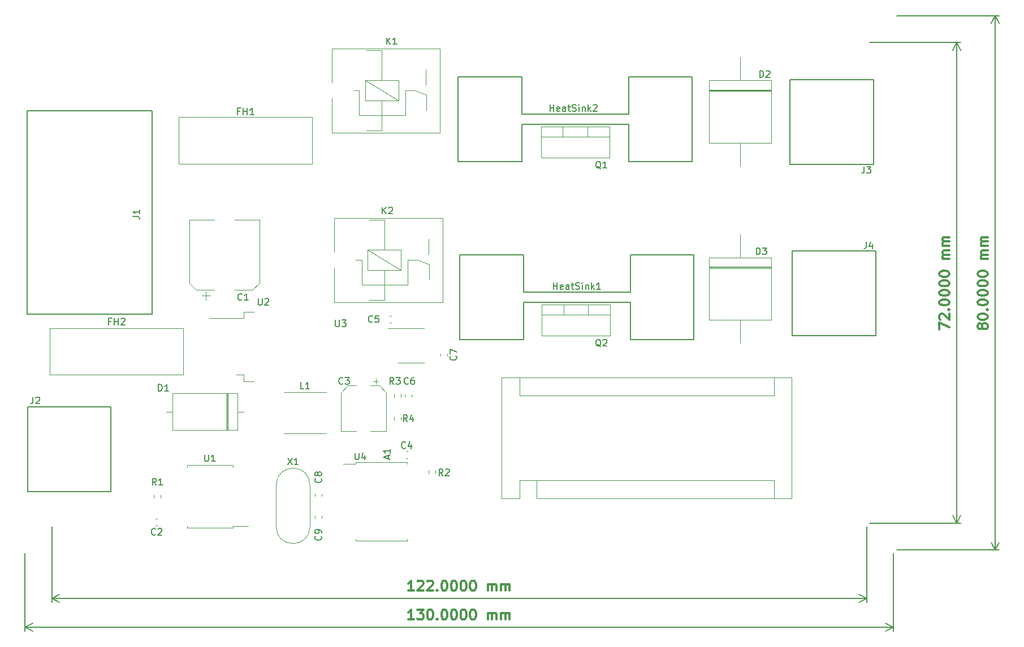
<source format=gbr>
%TF.GenerationSoftware,KiCad,Pcbnew,(6.0.6)*%
%TF.CreationDate,2022-11-23T05:32:29-08:00*%
%TF.ProjectId,FanSpeed_Controller,46616e53-7065-4656-945f-436f6e74726f,rev?*%
%TF.SameCoordinates,Original*%
%TF.FileFunction,Legend,Top*%
%TF.FilePolarity,Positive*%
%FSLAX46Y46*%
G04 Gerber Fmt 4.6, Leading zero omitted, Abs format (unit mm)*
G04 Created by KiCad (PCBNEW (6.0.6)) date 2022-11-23 05:32:29*
%MOMM*%
%LPD*%
G01*
G04 APERTURE LIST*
%ADD10C,0.300000*%
%ADD11C,0.200000*%
%ADD12C,0.150000*%
%ADD13C,0.120000*%
G04 APERTURE END LIST*
D10*
X236918571Y-87000000D02*
X236918571Y-86000000D01*
X238418571Y-86642857D01*
X237061428Y-85500000D02*
X236990000Y-85428571D01*
X236918571Y-85285714D01*
X236918571Y-84928571D01*
X236990000Y-84785714D01*
X237061428Y-84714285D01*
X237204285Y-84642857D01*
X237347142Y-84642857D01*
X237561428Y-84714285D01*
X238418571Y-85571428D01*
X238418571Y-84642857D01*
X238275714Y-84000000D02*
X238347142Y-83928571D01*
X238418571Y-84000000D01*
X238347142Y-84071428D01*
X238275714Y-84000000D01*
X238418571Y-84000000D01*
X236918571Y-83000000D02*
X236918571Y-82857142D01*
X236990000Y-82714285D01*
X237061428Y-82642857D01*
X237204285Y-82571428D01*
X237490000Y-82500000D01*
X237847142Y-82500000D01*
X238132857Y-82571428D01*
X238275714Y-82642857D01*
X238347142Y-82714285D01*
X238418571Y-82857142D01*
X238418571Y-83000000D01*
X238347142Y-83142857D01*
X238275714Y-83214285D01*
X238132857Y-83285714D01*
X237847142Y-83357142D01*
X237490000Y-83357142D01*
X237204285Y-83285714D01*
X237061428Y-83214285D01*
X236990000Y-83142857D01*
X236918571Y-83000000D01*
X236918571Y-81571428D02*
X236918571Y-81428571D01*
X236990000Y-81285714D01*
X237061428Y-81214285D01*
X237204285Y-81142857D01*
X237490000Y-81071428D01*
X237847142Y-81071428D01*
X238132857Y-81142857D01*
X238275714Y-81214285D01*
X238347142Y-81285714D01*
X238418571Y-81428571D01*
X238418571Y-81571428D01*
X238347142Y-81714285D01*
X238275714Y-81785714D01*
X238132857Y-81857142D01*
X237847142Y-81928571D01*
X237490000Y-81928571D01*
X237204285Y-81857142D01*
X237061428Y-81785714D01*
X236990000Y-81714285D01*
X236918571Y-81571428D01*
X236918571Y-80142857D02*
X236918571Y-80000000D01*
X236990000Y-79857142D01*
X237061428Y-79785714D01*
X237204285Y-79714285D01*
X237490000Y-79642857D01*
X237847142Y-79642857D01*
X238132857Y-79714285D01*
X238275714Y-79785714D01*
X238347142Y-79857142D01*
X238418571Y-80000000D01*
X238418571Y-80142857D01*
X238347142Y-80285714D01*
X238275714Y-80357142D01*
X238132857Y-80428571D01*
X237847142Y-80500000D01*
X237490000Y-80500000D01*
X237204285Y-80428571D01*
X237061428Y-80357142D01*
X236990000Y-80285714D01*
X236918571Y-80142857D01*
X236918571Y-78714285D02*
X236918571Y-78571428D01*
X236990000Y-78428571D01*
X237061428Y-78357142D01*
X237204285Y-78285714D01*
X237490000Y-78214285D01*
X237847142Y-78214285D01*
X238132857Y-78285714D01*
X238275714Y-78357142D01*
X238347142Y-78428571D01*
X238418571Y-78571428D01*
X238418571Y-78714285D01*
X238347142Y-78857142D01*
X238275714Y-78928571D01*
X238132857Y-79000000D01*
X237847142Y-79071428D01*
X237490000Y-79071428D01*
X237204285Y-79000000D01*
X237061428Y-78928571D01*
X236990000Y-78857142D01*
X236918571Y-78714285D01*
X238418571Y-76428571D02*
X237418571Y-76428571D01*
X237561428Y-76428571D02*
X237490000Y-76357142D01*
X237418571Y-76214285D01*
X237418571Y-76000000D01*
X237490000Y-75857142D01*
X237632857Y-75785714D01*
X238418571Y-75785714D01*
X237632857Y-75785714D02*
X237490000Y-75714285D01*
X237418571Y-75571428D01*
X237418571Y-75357142D01*
X237490000Y-75214285D01*
X237632857Y-75142857D01*
X238418571Y-75142857D01*
X238418571Y-74428571D02*
X237418571Y-74428571D01*
X237561428Y-74428571D02*
X237490000Y-74357142D01*
X237418571Y-74214285D01*
X237418571Y-74000000D01*
X237490000Y-73857142D01*
X237632857Y-73785714D01*
X238418571Y-73785714D01*
X237632857Y-73785714D02*
X237490000Y-73714285D01*
X237418571Y-73571428D01*
X237418571Y-73357142D01*
X237490000Y-73214285D01*
X237632857Y-73142857D01*
X238418571Y-73142857D01*
D11*
X226500000Y-116000000D02*
X240126420Y-116000000D01*
X226500000Y-44000000D02*
X240126420Y-44000000D01*
X239540000Y-116000000D02*
X239540000Y-44000000D01*
X239540000Y-116000000D02*
X239540000Y-44000000D01*
X239540000Y-116000000D02*
X240126421Y-114873496D01*
X239540000Y-116000000D02*
X238953579Y-114873496D01*
X239540000Y-44000000D02*
X238953579Y-45126504D01*
X239540000Y-44000000D02*
X240126421Y-45126504D01*
D10*
X158214285Y-130445571D02*
X157357142Y-130445571D01*
X157785714Y-130445571D02*
X157785714Y-128945571D01*
X157642857Y-129159857D01*
X157500000Y-129302714D01*
X157357142Y-129374142D01*
X158714285Y-128945571D02*
X159642857Y-128945571D01*
X159142857Y-129517000D01*
X159357142Y-129517000D01*
X159500000Y-129588428D01*
X159571428Y-129659857D01*
X159642857Y-129802714D01*
X159642857Y-130159857D01*
X159571428Y-130302714D01*
X159500000Y-130374142D01*
X159357142Y-130445571D01*
X158928571Y-130445571D01*
X158785714Y-130374142D01*
X158714285Y-130302714D01*
X160571428Y-128945571D02*
X160714285Y-128945571D01*
X160857142Y-129017000D01*
X160928571Y-129088428D01*
X161000000Y-129231285D01*
X161071428Y-129517000D01*
X161071428Y-129874142D01*
X161000000Y-130159857D01*
X160928571Y-130302714D01*
X160857142Y-130374142D01*
X160714285Y-130445571D01*
X160571428Y-130445571D01*
X160428571Y-130374142D01*
X160357142Y-130302714D01*
X160285714Y-130159857D01*
X160214285Y-129874142D01*
X160214285Y-129517000D01*
X160285714Y-129231285D01*
X160357142Y-129088428D01*
X160428571Y-129017000D01*
X160571428Y-128945571D01*
X161714285Y-130302714D02*
X161785714Y-130374142D01*
X161714285Y-130445571D01*
X161642857Y-130374142D01*
X161714285Y-130302714D01*
X161714285Y-130445571D01*
X162714285Y-128945571D02*
X162857142Y-128945571D01*
X163000000Y-129017000D01*
X163071428Y-129088428D01*
X163142857Y-129231285D01*
X163214285Y-129517000D01*
X163214285Y-129874142D01*
X163142857Y-130159857D01*
X163071428Y-130302714D01*
X163000000Y-130374142D01*
X162857142Y-130445571D01*
X162714285Y-130445571D01*
X162571428Y-130374142D01*
X162500000Y-130302714D01*
X162428571Y-130159857D01*
X162357142Y-129874142D01*
X162357142Y-129517000D01*
X162428571Y-129231285D01*
X162500000Y-129088428D01*
X162571428Y-129017000D01*
X162714285Y-128945571D01*
X164142857Y-128945571D02*
X164285714Y-128945571D01*
X164428571Y-129017000D01*
X164500000Y-129088428D01*
X164571428Y-129231285D01*
X164642857Y-129517000D01*
X164642857Y-129874142D01*
X164571428Y-130159857D01*
X164500000Y-130302714D01*
X164428571Y-130374142D01*
X164285714Y-130445571D01*
X164142857Y-130445571D01*
X164000000Y-130374142D01*
X163928571Y-130302714D01*
X163857142Y-130159857D01*
X163785714Y-129874142D01*
X163785714Y-129517000D01*
X163857142Y-129231285D01*
X163928571Y-129088428D01*
X164000000Y-129017000D01*
X164142857Y-128945571D01*
X165571428Y-128945571D02*
X165714285Y-128945571D01*
X165857142Y-129017000D01*
X165928571Y-129088428D01*
X166000000Y-129231285D01*
X166071428Y-129517000D01*
X166071428Y-129874142D01*
X166000000Y-130159857D01*
X165928571Y-130302714D01*
X165857142Y-130374142D01*
X165714285Y-130445571D01*
X165571428Y-130445571D01*
X165428571Y-130374142D01*
X165357142Y-130302714D01*
X165285714Y-130159857D01*
X165214285Y-129874142D01*
X165214285Y-129517000D01*
X165285714Y-129231285D01*
X165357142Y-129088428D01*
X165428571Y-129017000D01*
X165571428Y-128945571D01*
X167000000Y-128945571D02*
X167142857Y-128945571D01*
X167285714Y-129017000D01*
X167357142Y-129088428D01*
X167428571Y-129231285D01*
X167500000Y-129517000D01*
X167500000Y-129874142D01*
X167428571Y-130159857D01*
X167357142Y-130302714D01*
X167285714Y-130374142D01*
X167142857Y-130445571D01*
X167000000Y-130445571D01*
X166857142Y-130374142D01*
X166785714Y-130302714D01*
X166714285Y-130159857D01*
X166642857Y-129874142D01*
X166642857Y-129517000D01*
X166714285Y-129231285D01*
X166785714Y-129088428D01*
X166857142Y-129017000D01*
X167000000Y-128945571D01*
X169285714Y-130445571D02*
X169285714Y-129445571D01*
X169285714Y-129588428D02*
X169357142Y-129517000D01*
X169500000Y-129445571D01*
X169714285Y-129445571D01*
X169857142Y-129517000D01*
X169928571Y-129659857D01*
X169928571Y-130445571D01*
X169928571Y-129659857D02*
X170000000Y-129517000D01*
X170142857Y-129445571D01*
X170357142Y-129445571D01*
X170500000Y-129517000D01*
X170571428Y-129659857D01*
X170571428Y-130445571D01*
X171285714Y-130445571D02*
X171285714Y-129445571D01*
X171285714Y-129588428D02*
X171357142Y-129517000D01*
X171500000Y-129445571D01*
X171714285Y-129445571D01*
X171857142Y-129517000D01*
X171928571Y-129659857D01*
X171928571Y-130445571D01*
X171928571Y-129659857D02*
X172000000Y-129517000D01*
X172142857Y-129445571D01*
X172357142Y-129445571D01*
X172500000Y-129517000D01*
X172571428Y-129659857D01*
X172571428Y-130445571D01*
D11*
X100000000Y-120500000D02*
X100000000Y-132153420D01*
X230000000Y-120500000D02*
X230000000Y-132153420D01*
X100000000Y-131567000D02*
X230000000Y-131567000D01*
X100000000Y-131567000D02*
X230000000Y-131567000D01*
X100000000Y-131567000D02*
X101126504Y-132153421D01*
X100000000Y-131567000D02*
X101126504Y-130980579D01*
X230000000Y-131567000D02*
X228873496Y-130980579D01*
X230000000Y-131567000D02*
X228873496Y-132153421D01*
D10*
X158214285Y-126127571D02*
X157357142Y-126127571D01*
X157785714Y-126127571D02*
X157785714Y-124627571D01*
X157642857Y-124841857D01*
X157500000Y-124984714D01*
X157357142Y-125056142D01*
X158785714Y-124770428D02*
X158857142Y-124699000D01*
X159000000Y-124627571D01*
X159357142Y-124627571D01*
X159500000Y-124699000D01*
X159571428Y-124770428D01*
X159642857Y-124913285D01*
X159642857Y-125056142D01*
X159571428Y-125270428D01*
X158714285Y-126127571D01*
X159642857Y-126127571D01*
X160214285Y-124770428D02*
X160285714Y-124699000D01*
X160428571Y-124627571D01*
X160785714Y-124627571D01*
X160928571Y-124699000D01*
X161000000Y-124770428D01*
X161071428Y-124913285D01*
X161071428Y-125056142D01*
X161000000Y-125270428D01*
X160142857Y-126127571D01*
X161071428Y-126127571D01*
X161714285Y-125984714D02*
X161785714Y-126056142D01*
X161714285Y-126127571D01*
X161642857Y-126056142D01*
X161714285Y-125984714D01*
X161714285Y-126127571D01*
X162714285Y-124627571D02*
X162857142Y-124627571D01*
X163000000Y-124699000D01*
X163071428Y-124770428D01*
X163142857Y-124913285D01*
X163214285Y-125199000D01*
X163214285Y-125556142D01*
X163142857Y-125841857D01*
X163071428Y-125984714D01*
X163000000Y-126056142D01*
X162857142Y-126127571D01*
X162714285Y-126127571D01*
X162571428Y-126056142D01*
X162500000Y-125984714D01*
X162428571Y-125841857D01*
X162357142Y-125556142D01*
X162357142Y-125199000D01*
X162428571Y-124913285D01*
X162500000Y-124770428D01*
X162571428Y-124699000D01*
X162714285Y-124627571D01*
X164142857Y-124627571D02*
X164285714Y-124627571D01*
X164428571Y-124699000D01*
X164500000Y-124770428D01*
X164571428Y-124913285D01*
X164642857Y-125199000D01*
X164642857Y-125556142D01*
X164571428Y-125841857D01*
X164500000Y-125984714D01*
X164428571Y-126056142D01*
X164285714Y-126127571D01*
X164142857Y-126127571D01*
X164000000Y-126056142D01*
X163928571Y-125984714D01*
X163857142Y-125841857D01*
X163785714Y-125556142D01*
X163785714Y-125199000D01*
X163857142Y-124913285D01*
X163928571Y-124770428D01*
X164000000Y-124699000D01*
X164142857Y-124627571D01*
X165571428Y-124627571D02*
X165714285Y-124627571D01*
X165857142Y-124699000D01*
X165928571Y-124770428D01*
X166000000Y-124913285D01*
X166071428Y-125199000D01*
X166071428Y-125556142D01*
X166000000Y-125841857D01*
X165928571Y-125984714D01*
X165857142Y-126056142D01*
X165714285Y-126127571D01*
X165571428Y-126127571D01*
X165428571Y-126056142D01*
X165357142Y-125984714D01*
X165285714Y-125841857D01*
X165214285Y-125556142D01*
X165214285Y-125199000D01*
X165285714Y-124913285D01*
X165357142Y-124770428D01*
X165428571Y-124699000D01*
X165571428Y-124627571D01*
X167000000Y-124627571D02*
X167142857Y-124627571D01*
X167285714Y-124699000D01*
X167357142Y-124770428D01*
X167428571Y-124913285D01*
X167500000Y-125199000D01*
X167500000Y-125556142D01*
X167428571Y-125841857D01*
X167357142Y-125984714D01*
X167285714Y-126056142D01*
X167142857Y-126127571D01*
X167000000Y-126127571D01*
X166857142Y-126056142D01*
X166785714Y-125984714D01*
X166714285Y-125841857D01*
X166642857Y-125556142D01*
X166642857Y-125199000D01*
X166714285Y-124913285D01*
X166785714Y-124770428D01*
X166857142Y-124699000D01*
X167000000Y-124627571D01*
X169285714Y-126127571D02*
X169285714Y-125127571D01*
X169285714Y-125270428D02*
X169357142Y-125199000D01*
X169500000Y-125127571D01*
X169714285Y-125127571D01*
X169857142Y-125199000D01*
X169928571Y-125341857D01*
X169928571Y-126127571D01*
X169928571Y-125341857D02*
X170000000Y-125199000D01*
X170142857Y-125127571D01*
X170357142Y-125127571D01*
X170500000Y-125199000D01*
X170571428Y-125341857D01*
X170571428Y-126127571D01*
X171285714Y-126127571D02*
X171285714Y-125127571D01*
X171285714Y-125270428D02*
X171357142Y-125199000D01*
X171500000Y-125127571D01*
X171714285Y-125127571D01*
X171857142Y-125199000D01*
X171928571Y-125341857D01*
X171928571Y-126127571D01*
X171928571Y-125341857D02*
X172000000Y-125199000D01*
X172142857Y-125127571D01*
X172357142Y-125127571D01*
X172500000Y-125199000D01*
X172571428Y-125341857D01*
X172571428Y-126127571D01*
D11*
X104000000Y-116500000D02*
X104000000Y-127835420D01*
X226000000Y-116500000D02*
X226000000Y-127835420D01*
X104000000Y-127249000D02*
X226000000Y-127249000D01*
X104000000Y-127249000D02*
X226000000Y-127249000D01*
X104000000Y-127249000D02*
X105126504Y-127835421D01*
X104000000Y-127249000D02*
X105126504Y-126662579D01*
X226000000Y-127249000D02*
X224873496Y-126662579D01*
X226000000Y-127249000D02*
X224873496Y-127835421D01*
D10*
X243276428Y-86642857D02*
X243205000Y-86785714D01*
X243133571Y-86857142D01*
X242990714Y-86928571D01*
X242919285Y-86928571D01*
X242776428Y-86857142D01*
X242705000Y-86785714D01*
X242633571Y-86642857D01*
X242633571Y-86357142D01*
X242705000Y-86214285D01*
X242776428Y-86142857D01*
X242919285Y-86071428D01*
X242990714Y-86071428D01*
X243133571Y-86142857D01*
X243205000Y-86214285D01*
X243276428Y-86357142D01*
X243276428Y-86642857D01*
X243347857Y-86785714D01*
X243419285Y-86857142D01*
X243562142Y-86928571D01*
X243847857Y-86928571D01*
X243990714Y-86857142D01*
X244062142Y-86785714D01*
X244133571Y-86642857D01*
X244133571Y-86357142D01*
X244062142Y-86214285D01*
X243990714Y-86142857D01*
X243847857Y-86071428D01*
X243562142Y-86071428D01*
X243419285Y-86142857D01*
X243347857Y-86214285D01*
X243276428Y-86357142D01*
X242633571Y-85142857D02*
X242633571Y-85000000D01*
X242705000Y-84857142D01*
X242776428Y-84785714D01*
X242919285Y-84714285D01*
X243205000Y-84642857D01*
X243562142Y-84642857D01*
X243847857Y-84714285D01*
X243990714Y-84785714D01*
X244062142Y-84857142D01*
X244133571Y-85000000D01*
X244133571Y-85142857D01*
X244062142Y-85285714D01*
X243990714Y-85357142D01*
X243847857Y-85428571D01*
X243562142Y-85500000D01*
X243205000Y-85500000D01*
X242919285Y-85428571D01*
X242776428Y-85357142D01*
X242705000Y-85285714D01*
X242633571Y-85142857D01*
X243990714Y-84000000D02*
X244062142Y-83928571D01*
X244133571Y-84000000D01*
X244062142Y-84071428D01*
X243990714Y-84000000D01*
X244133571Y-84000000D01*
X242633571Y-83000000D02*
X242633571Y-82857142D01*
X242705000Y-82714285D01*
X242776428Y-82642857D01*
X242919285Y-82571428D01*
X243205000Y-82500000D01*
X243562142Y-82500000D01*
X243847857Y-82571428D01*
X243990714Y-82642857D01*
X244062142Y-82714285D01*
X244133571Y-82857142D01*
X244133571Y-83000000D01*
X244062142Y-83142857D01*
X243990714Y-83214285D01*
X243847857Y-83285714D01*
X243562142Y-83357142D01*
X243205000Y-83357142D01*
X242919285Y-83285714D01*
X242776428Y-83214285D01*
X242705000Y-83142857D01*
X242633571Y-83000000D01*
X242633571Y-81571428D02*
X242633571Y-81428571D01*
X242705000Y-81285714D01*
X242776428Y-81214285D01*
X242919285Y-81142857D01*
X243205000Y-81071428D01*
X243562142Y-81071428D01*
X243847857Y-81142857D01*
X243990714Y-81214285D01*
X244062142Y-81285714D01*
X244133571Y-81428571D01*
X244133571Y-81571428D01*
X244062142Y-81714285D01*
X243990714Y-81785714D01*
X243847857Y-81857142D01*
X243562142Y-81928571D01*
X243205000Y-81928571D01*
X242919285Y-81857142D01*
X242776428Y-81785714D01*
X242705000Y-81714285D01*
X242633571Y-81571428D01*
X242633571Y-80142857D02*
X242633571Y-80000000D01*
X242705000Y-79857142D01*
X242776428Y-79785714D01*
X242919285Y-79714285D01*
X243205000Y-79642857D01*
X243562142Y-79642857D01*
X243847857Y-79714285D01*
X243990714Y-79785714D01*
X244062142Y-79857142D01*
X244133571Y-80000000D01*
X244133571Y-80142857D01*
X244062142Y-80285714D01*
X243990714Y-80357142D01*
X243847857Y-80428571D01*
X243562142Y-80500000D01*
X243205000Y-80500000D01*
X242919285Y-80428571D01*
X242776428Y-80357142D01*
X242705000Y-80285714D01*
X242633571Y-80142857D01*
X242633571Y-78714285D02*
X242633571Y-78571428D01*
X242705000Y-78428571D01*
X242776428Y-78357142D01*
X242919285Y-78285714D01*
X243205000Y-78214285D01*
X243562142Y-78214285D01*
X243847857Y-78285714D01*
X243990714Y-78357142D01*
X244062142Y-78428571D01*
X244133571Y-78571428D01*
X244133571Y-78714285D01*
X244062142Y-78857142D01*
X243990714Y-78928571D01*
X243847857Y-79000000D01*
X243562142Y-79071428D01*
X243205000Y-79071428D01*
X242919285Y-79000000D01*
X242776428Y-78928571D01*
X242705000Y-78857142D01*
X242633571Y-78714285D01*
X244133571Y-76428571D02*
X243133571Y-76428571D01*
X243276428Y-76428571D02*
X243205000Y-76357142D01*
X243133571Y-76214285D01*
X243133571Y-76000000D01*
X243205000Y-75857142D01*
X243347857Y-75785714D01*
X244133571Y-75785714D01*
X243347857Y-75785714D02*
X243205000Y-75714285D01*
X243133571Y-75571428D01*
X243133571Y-75357142D01*
X243205000Y-75214285D01*
X243347857Y-75142857D01*
X244133571Y-75142857D01*
X244133571Y-74428571D02*
X243133571Y-74428571D01*
X243276428Y-74428571D02*
X243205000Y-74357142D01*
X243133571Y-74214285D01*
X243133571Y-74000000D01*
X243205000Y-73857142D01*
X243347857Y-73785714D01*
X244133571Y-73785714D01*
X243347857Y-73785714D02*
X243205000Y-73714285D01*
X243133571Y-73571428D01*
X243133571Y-73357142D01*
X243205000Y-73214285D01*
X243347857Y-73142857D01*
X244133571Y-73142857D01*
D11*
X230500000Y-40000000D02*
X245841420Y-40000000D01*
X230500000Y-120000000D02*
X245841420Y-120000000D01*
X245255000Y-40000000D02*
X245255000Y-120000000D01*
X245255000Y-40000000D02*
X245255000Y-120000000D01*
X245255000Y-40000000D02*
X244668579Y-41126504D01*
X245255000Y-40000000D02*
X245841421Y-41126504D01*
X245255000Y-120000000D02*
X245841421Y-118873496D01*
X245255000Y-120000000D02*
X244668579Y-118873496D01*
D12*
%TO.C,D2*%
X210005904Y-49215380D02*
X210005904Y-48215380D01*
X210244000Y-48215380D01*
X210386857Y-48263000D01*
X210482095Y-48358238D01*
X210529714Y-48453476D01*
X210577333Y-48643952D01*
X210577333Y-48786809D01*
X210529714Y-48977285D01*
X210482095Y-49072523D01*
X210386857Y-49167761D01*
X210244000Y-49215380D01*
X210005904Y-49215380D01*
X210958285Y-48310619D02*
X211005904Y-48263000D01*
X211101142Y-48215380D01*
X211339238Y-48215380D01*
X211434476Y-48263000D01*
X211482095Y-48310619D01*
X211529714Y-48405857D01*
X211529714Y-48501095D01*
X211482095Y-48643952D01*
X210910666Y-49215380D01*
X211529714Y-49215380D01*
%TO.C,D3*%
X209497904Y-75758380D02*
X209497904Y-74758380D01*
X209736000Y-74758380D01*
X209878857Y-74806000D01*
X209974095Y-74901238D01*
X210021714Y-74996476D01*
X210069333Y-75186952D01*
X210069333Y-75329809D01*
X210021714Y-75520285D01*
X209974095Y-75615523D01*
X209878857Y-75710761D01*
X209736000Y-75758380D01*
X209497904Y-75758380D01*
X210402666Y-74758380D02*
X211021714Y-74758380D01*
X210688380Y-75139333D01*
X210831238Y-75139333D01*
X210926476Y-75186952D01*
X210974095Y-75234571D01*
X211021714Y-75329809D01*
X211021714Y-75567904D01*
X210974095Y-75663142D01*
X210926476Y-75710761D01*
X210831238Y-75758380D01*
X210545523Y-75758380D01*
X210450285Y-75710761D01*
X210402666Y-75663142D01*
%TO.C,C5*%
X152030333Y-85823142D02*
X151982714Y-85870761D01*
X151839857Y-85918380D01*
X151744619Y-85918380D01*
X151601761Y-85870761D01*
X151506523Y-85775523D01*
X151458904Y-85680285D01*
X151411285Y-85489809D01*
X151411285Y-85346952D01*
X151458904Y-85156476D01*
X151506523Y-85061238D01*
X151601761Y-84966000D01*
X151744619Y-84918380D01*
X151839857Y-84918380D01*
X151982714Y-84966000D01*
X152030333Y-85013619D01*
X152935095Y-84918380D02*
X152458904Y-84918380D01*
X152411285Y-85394571D01*
X152458904Y-85346952D01*
X152554142Y-85299333D01*
X152792238Y-85299333D01*
X152887476Y-85346952D01*
X152935095Y-85394571D01*
X152982714Y-85489809D01*
X152982714Y-85727904D01*
X152935095Y-85823142D01*
X152887476Y-85870761D01*
X152792238Y-85918380D01*
X152554142Y-85918380D01*
X152458904Y-85870761D01*
X152411285Y-85823142D01*
%TO.C,X1*%
X139322476Y-106254380D02*
X139989142Y-107254380D01*
X139989142Y-106254380D02*
X139322476Y-107254380D01*
X140893904Y-107254380D02*
X140322476Y-107254380D01*
X140608190Y-107254380D02*
X140608190Y-106254380D01*
X140512952Y-106397238D01*
X140417714Y-106492476D01*
X140322476Y-106540095D01*
%TO.C,C2*%
X119518333Y-117700142D02*
X119470714Y-117747761D01*
X119327857Y-117795380D01*
X119232619Y-117795380D01*
X119089761Y-117747761D01*
X118994523Y-117652523D01*
X118946904Y-117557285D01*
X118899285Y-117366809D01*
X118899285Y-117223952D01*
X118946904Y-117033476D01*
X118994523Y-116938238D01*
X119089761Y-116843000D01*
X119232619Y-116795380D01*
X119327857Y-116795380D01*
X119470714Y-116843000D01*
X119518333Y-116890619D01*
X119899285Y-116890619D02*
X119946904Y-116843000D01*
X120042142Y-116795380D01*
X120280238Y-116795380D01*
X120375476Y-116843000D01*
X120423095Y-116890619D01*
X120470714Y-116985857D01*
X120470714Y-117081095D01*
X120423095Y-117223952D01*
X119851666Y-117795380D01*
X120470714Y-117795380D01*
%TO.C,HeatSink1*%
X179114500Y-80965380D02*
X179114500Y-79965380D01*
X179114500Y-80441571D02*
X179685928Y-80441571D01*
X179685928Y-80965380D02*
X179685928Y-79965380D01*
X180543071Y-80917761D02*
X180447833Y-80965380D01*
X180257357Y-80965380D01*
X180162119Y-80917761D01*
X180114500Y-80822523D01*
X180114500Y-80441571D01*
X180162119Y-80346333D01*
X180257357Y-80298714D01*
X180447833Y-80298714D01*
X180543071Y-80346333D01*
X180590690Y-80441571D01*
X180590690Y-80536809D01*
X180114500Y-80632047D01*
X181447833Y-80965380D02*
X181447833Y-80441571D01*
X181400214Y-80346333D01*
X181304976Y-80298714D01*
X181114500Y-80298714D01*
X181019261Y-80346333D01*
X181447833Y-80917761D02*
X181352595Y-80965380D01*
X181114500Y-80965380D01*
X181019261Y-80917761D01*
X180971642Y-80822523D01*
X180971642Y-80727285D01*
X181019261Y-80632047D01*
X181114500Y-80584428D01*
X181352595Y-80584428D01*
X181447833Y-80536809D01*
X181781166Y-80298714D02*
X182162119Y-80298714D01*
X181924023Y-79965380D02*
X181924023Y-80822523D01*
X181971642Y-80917761D01*
X182066880Y-80965380D01*
X182162119Y-80965380D01*
X182447833Y-80917761D02*
X182590690Y-80965380D01*
X182828785Y-80965380D01*
X182924023Y-80917761D01*
X182971642Y-80870142D01*
X183019261Y-80774904D01*
X183019261Y-80679666D01*
X182971642Y-80584428D01*
X182924023Y-80536809D01*
X182828785Y-80489190D01*
X182638309Y-80441571D01*
X182543071Y-80393952D01*
X182495452Y-80346333D01*
X182447833Y-80251095D01*
X182447833Y-80155857D01*
X182495452Y-80060619D01*
X182543071Y-80013000D01*
X182638309Y-79965380D01*
X182876404Y-79965380D01*
X183019261Y-80013000D01*
X183447833Y-80965380D02*
X183447833Y-80298714D01*
X183447833Y-79965380D02*
X183400214Y-80013000D01*
X183447833Y-80060619D01*
X183495452Y-80013000D01*
X183447833Y-79965380D01*
X183447833Y-80060619D01*
X183924023Y-80298714D02*
X183924023Y-80965380D01*
X183924023Y-80393952D02*
X183971642Y-80346333D01*
X184066880Y-80298714D01*
X184209738Y-80298714D01*
X184304976Y-80346333D01*
X184352595Y-80441571D01*
X184352595Y-80965380D01*
X184828785Y-80965380D02*
X184828785Y-79965380D01*
X184924023Y-80584428D02*
X185209738Y-80965380D01*
X185209738Y-80298714D02*
X184828785Y-80679666D01*
X186162119Y-80965380D02*
X185590690Y-80965380D01*
X185876404Y-80965380D02*
X185876404Y-79965380D01*
X185781166Y-80108238D01*
X185685928Y-80203476D01*
X185590690Y-80251095D01*
%TO.C,L1*%
X141743333Y-95888380D02*
X141267142Y-95888380D01*
X141267142Y-94888380D01*
X142600476Y-95888380D02*
X142029047Y-95888380D01*
X142314761Y-95888380D02*
X142314761Y-94888380D01*
X142219523Y-95031238D01*
X142124285Y-95126476D01*
X142029047Y-95174095D01*
%TO.C,R1*%
X119645333Y-110302380D02*
X119312000Y-109826190D01*
X119073904Y-110302380D02*
X119073904Y-109302380D01*
X119454857Y-109302380D01*
X119550095Y-109350000D01*
X119597714Y-109397619D01*
X119645333Y-109492857D01*
X119645333Y-109635714D01*
X119597714Y-109730952D01*
X119550095Y-109778571D01*
X119454857Y-109826190D01*
X119073904Y-109826190D01*
X120597714Y-110302380D02*
X120026285Y-110302380D01*
X120312000Y-110302380D02*
X120312000Y-109302380D01*
X120216761Y-109445238D01*
X120121523Y-109540476D01*
X120026285Y-109588095D01*
%TO.C,A1*%
X154396666Y-106363285D02*
X154396666Y-105887095D01*
X154682380Y-106458523D02*
X153682380Y-106125190D01*
X154682380Y-105791857D01*
X154682380Y-104934714D02*
X154682380Y-105506142D01*
X154682380Y-105220428D02*
X153682380Y-105220428D01*
X153825238Y-105315666D01*
X153920476Y-105410904D01*
X153968095Y-105506142D01*
%TO.C,J2*%
X101190666Y-97110380D02*
X101190666Y-97824666D01*
X101143047Y-97967523D01*
X101047809Y-98062761D01*
X100904952Y-98110380D01*
X100809714Y-98110380D01*
X101619238Y-97205619D02*
X101666857Y-97158000D01*
X101762095Y-97110380D01*
X102000190Y-97110380D01*
X102095428Y-97158000D01*
X102143047Y-97205619D01*
X102190666Y-97300857D01*
X102190666Y-97396095D01*
X102143047Y-97538952D01*
X101571619Y-98110380D01*
X102190666Y-98110380D01*
%TO.C,U3*%
X146483095Y-85553380D02*
X146483095Y-86362904D01*
X146530714Y-86458142D01*
X146578333Y-86505761D01*
X146673571Y-86553380D01*
X146864047Y-86553380D01*
X146959285Y-86505761D01*
X147006904Y-86458142D01*
X147054523Y-86362904D01*
X147054523Y-85553380D01*
X147435476Y-85553380D02*
X148054523Y-85553380D01*
X147721190Y-85934333D01*
X147864047Y-85934333D01*
X147959285Y-85981952D01*
X148006904Y-86029571D01*
X148054523Y-86124809D01*
X148054523Y-86362904D01*
X148006904Y-86458142D01*
X147959285Y-86505761D01*
X147864047Y-86553380D01*
X147578333Y-86553380D01*
X147483095Y-86505761D01*
X147435476Y-86458142D01*
%TO.C,K1*%
X154125904Y-44262380D02*
X154125904Y-43262380D01*
X154697333Y-44262380D02*
X154268761Y-43690952D01*
X154697333Y-43262380D02*
X154125904Y-43833809D01*
X155649714Y-44262380D02*
X155078285Y-44262380D01*
X155364000Y-44262380D02*
X155364000Y-43262380D01*
X155268761Y-43405238D01*
X155173523Y-43500476D01*
X155078285Y-43548095D01*
%TO.C,R4*%
X157237333Y-100777380D02*
X156904000Y-100301190D01*
X156665904Y-100777380D02*
X156665904Y-99777380D01*
X157046857Y-99777380D01*
X157142095Y-99825000D01*
X157189714Y-99872619D01*
X157237333Y-99967857D01*
X157237333Y-100110714D01*
X157189714Y-100205952D01*
X157142095Y-100253571D01*
X157046857Y-100301190D01*
X156665904Y-100301190D01*
X158094476Y-100110714D02*
X158094476Y-100777380D01*
X157856380Y-99729761D02*
X157618285Y-100444047D01*
X158237333Y-100444047D01*
%TO.C,C6*%
X157364333Y-95094142D02*
X157316714Y-95141761D01*
X157173857Y-95189380D01*
X157078619Y-95189380D01*
X156935761Y-95141761D01*
X156840523Y-95046523D01*
X156792904Y-94951285D01*
X156745285Y-94760809D01*
X156745285Y-94617952D01*
X156792904Y-94427476D01*
X156840523Y-94332238D01*
X156935761Y-94237000D01*
X157078619Y-94189380D01*
X157173857Y-94189380D01*
X157316714Y-94237000D01*
X157364333Y-94284619D01*
X158221476Y-94189380D02*
X158031000Y-94189380D01*
X157935761Y-94237000D01*
X157888142Y-94284619D01*
X157792904Y-94427476D01*
X157745285Y-94617952D01*
X157745285Y-94998904D01*
X157792904Y-95094142D01*
X157840523Y-95141761D01*
X157935761Y-95189380D01*
X158126238Y-95189380D01*
X158221476Y-95141761D01*
X158269095Y-95094142D01*
X158316714Y-94998904D01*
X158316714Y-94760809D01*
X158269095Y-94665571D01*
X158221476Y-94617952D01*
X158126238Y-94570333D01*
X157935761Y-94570333D01*
X157840523Y-94617952D01*
X157792904Y-94665571D01*
X157745285Y-94760809D01*
%TO.C,R2*%
X162571333Y-108905380D02*
X162238000Y-108429190D01*
X161999904Y-108905380D02*
X161999904Y-107905380D01*
X162380857Y-107905380D01*
X162476095Y-107953000D01*
X162523714Y-108000619D01*
X162571333Y-108095857D01*
X162571333Y-108238714D01*
X162523714Y-108333952D01*
X162476095Y-108381571D01*
X162380857Y-108429190D01*
X161999904Y-108429190D01*
X162952285Y-108000619D02*
X162999904Y-107953000D01*
X163095142Y-107905380D01*
X163333238Y-107905380D01*
X163428476Y-107953000D01*
X163476095Y-108000619D01*
X163523714Y-108095857D01*
X163523714Y-108191095D01*
X163476095Y-108333952D01*
X162904666Y-108905380D01*
X163523714Y-108905380D01*
%TO.C,FH1*%
X132162857Y-54279571D02*
X131829523Y-54279571D01*
X131829523Y-54803380D02*
X131829523Y-53803380D01*
X132305714Y-53803380D01*
X132686666Y-54803380D02*
X132686666Y-53803380D01*
X132686666Y-54279571D02*
X133258095Y-54279571D01*
X133258095Y-54803380D02*
X133258095Y-53803380D01*
X134258095Y-54803380D02*
X133686666Y-54803380D01*
X133972380Y-54803380D02*
X133972380Y-53803380D01*
X133877142Y-53946238D01*
X133781904Y-54041476D01*
X133686666Y-54089095D01*
%TO.C,K2*%
X153490904Y-69662380D02*
X153490904Y-68662380D01*
X154062333Y-69662380D02*
X153633761Y-69090952D01*
X154062333Y-68662380D02*
X153490904Y-69233809D01*
X154443285Y-68757619D02*
X154490904Y-68710000D01*
X154586142Y-68662380D01*
X154824238Y-68662380D01*
X154919476Y-68710000D01*
X154967095Y-68757619D01*
X155014714Y-68852857D01*
X155014714Y-68948095D01*
X154967095Y-69090952D01*
X154395666Y-69662380D01*
X155014714Y-69662380D01*
%TO.C,U2*%
X134925095Y-82332380D02*
X134925095Y-83141904D01*
X134972714Y-83237142D01*
X135020333Y-83284761D01*
X135115571Y-83332380D01*
X135306047Y-83332380D01*
X135401285Y-83284761D01*
X135448904Y-83237142D01*
X135496523Y-83141904D01*
X135496523Y-82332380D01*
X135925095Y-82427619D02*
X135972714Y-82380000D01*
X136067952Y-82332380D01*
X136306047Y-82332380D01*
X136401285Y-82380000D01*
X136448904Y-82427619D01*
X136496523Y-82522857D01*
X136496523Y-82618095D01*
X136448904Y-82760952D01*
X135877476Y-83332380D01*
X136496523Y-83332380D01*
%TO.C,J4*%
X225967166Y-73869380D02*
X225967166Y-74583666D01*
X225919547Y-74726523D01*
X225824309Y-74821761D01*
X225681452Y-74869380D01*
X225586214Y-74869380D01*
X226871928Y-74202714D02*
X226871928Y-74869380D01*
X226633833Y-73821761D02*
X226395738Y-74536047D01*
X227014785Y-74536047D01*
%TO.C,C9*%
X144299142Y-117927666D02*
X144346761Y-117975285D01*
X144394380Y-118118142D01*
X144394380Y-118213380D01*
X144346761Y-118356238D01*
X144251523Y-118451476D01*
X144156285Y-118499095D01*
X143965809Y-118546714D01*
X143822952Y-118546714D01*
X143632476Y-118499095D01*
X143537238Y-118451476D01*
X143442000Y-118356238D01*
X143394380Y-118213380D01*
X143394380Y-118118142D01*
X143442000Y-117975285D01*
X143489619Y-117927666D01*
X144394380Y-117451476D02*
X144394380Y-117261000D01*
X144346761Y-117165761D01*
X144299142Y-117118142D01*
X144156285Y-117022904D01*
X143965809Y-116975285D01*
X143584857Y-116975285D01*
X143489619Y-117022904D01*
X143442000Y-117070523D01*
X143394380Y-117165761D01*
X143394380Y-117356238D01*
X143442000Y-117451476D01*
X143489619Y-117499095D01*
X143584857Y-117546714D01*
X143822952Y-117546714D01*
X143918190Y-117499095D01*
X143965809Y-117451476D01*
X144013428Y-117356238D01*
X144013428Y-117165761D01*
X143965809Y-117070523D01*
X143918190Y-117022904D01*
X143822952Y-116975285D01*
%TO.C,U4*%
X149403095Y-105492380D02*
X149403095Y-106301904D01*
X149450714Y-106397142D01*
X149498333Y-106444761D01*
X149593571Y-106492380D01*
X149784047Y-106492380D01*
X149879285Y-106444761D01*
X149926904Y-106397142D01*
X149974523Y-106301904D01*
X149974523Y-105492380D01*
X150879285Y-105825714D02*
X150879285Y-106492380D01*
X150641190Y-105444761D02*
X150403095Y-106159047D01*
X151022142Y-106159047D01*
%TO.C,R3*%
X155205333Y-95189380D02*
X154872000Y-94713190D01*
X154633904Y-95189380D02*
X154633904Y-94189380D01*
X155014857Y-94189380D01*
X155110095Y-94237000D01*
X155157714Y-94284619D01*
X155205333Y-94379857D01*
X155205333Y-94522714D01*
X155157714Y-94617952D01*
X155110095Y-94665571D01*
X155014857Y-94713190D01*
X154633904Y-94713190D01*
X155538666Y-94189380D02*
X156157714Y-94189380D01*
X155824380Y-94570333D01*
X155967238Y-94570333D01*
X156062476Y-94617952D01*
X156110095Y-94665571D01*
X156157714Y-94760809D01*
X156157714Y-94998904D01*
X156110095Y-95094142D01*
X156062476Y-95141761D01*
X155967238Y-95189380D01*
X155681523Y-95189380D01*
X155586285Y-95141761D01*
X155538666Y-95094142D01*
%TO.C,U1*%
X126924095Y-105746380D02*
X126924095Y-106555904D01*
X126971714Y-106651142D01*
X127019333Y-106698761D01*
X127114571Y-106746380D01*
X127305047Y-106746380D01*
X127400285Y-106698761D01*
X127447904Y-106651142D01*
X127495523Y-106555904D01*
X127495523Y-105746380D01*
X128495523Y-106746380D02*
X127924095Y-106746380D01*
X128209809Y-106746380D02*
X128209809Y-105746380D01*
X128114571Y-105889238D01*
X128019333Y-105984476D01*
X127924095Y-106032095D01*
%TO.C,FH2*%
X112858857Y-85775571D02*
X112525523Y-85775571D01*
X112525523Y-86299380D02*
X112525523Y-85299380D01*
X113001714Y-85299380D01*
X113382666Y-86299380D02*
X113382666Y-85299380D01*
X113382666Y-85775571D02*
X113954095Y-85775571D01*
X113954095Y-86299380D02*
X113954095Y-85299380D01*
X114382666Y-85394619D02*
X114430285Y-85347000D01*
X114525523Y-85299380D01*
X114763619Y-85299380D01*
X114858857Y-85347000D01*
X114906476Y-85394619D01*
X114954095Y-85489857D01*
X114954095Y-85585095D01*
X114906476Y-85727952D01*
X114335047Y-86299380D01*
X114954095Y-86299380D01*
%TO.C,C1*%
X132472333Y-82521142D02*
X132424714Y-82568761D01*
X132281857Y-82616380D01*
X132186619Y-82616380D01*
X132043761Y-82568761D01*
X131948523Y-82473523D01*
X131900904Y-82378285D01*
X131853285Y-82187809D01*
X131853285Y-82044952D01*
X131900904Y-81854476D01*
X131948523Y-81759238D01*
X132043761Y-81664000D01*
X132186619Y-81616380D01*
X132281857Y-81616380D01*
X132424714Y-81664000D01*
X132472333Y-81711619D01*
X133424714Y-82616380D02*
X132853285Y-82616380D01*
X133139000Y-82616380D02*
X133139000Y-81616380D01*
X133043761Y-81759238D01*
X132948523Y-81854476D01*
X132853285Y-81902095D01*
%TO.C,D1*%
X119962904Y-96205380D02*
X119962904Y-95205380D01*
X120201000Y-95205380D01*
X120343857Y-95253000D01*
X120439095Y-95348238D01*
X120486714Y-95443476D01*
X120534333Y-95633952D01*
X120534333Y-95776809D01*
X120486714Y-95967285D01*
X120439095Y-96062523D01*
X120343857Y-96157761D01*
X120201000Y-96205380D01*
X119962904Y-96205380D01*
X121486714Y-96205380D02*
X120915285Y-96205380D01*
X121201000Y-96205380D02*
X121201000Y-95205380D01*
X121105761Y-95348238D01*
X121010523Y-95443476D01*
X120915285Y-95491095D01*
%TO.C,C4*%
X156983333Y-104713142D02*
X156935714Y-104760761D01*
X156792857Y-104808380D01*
X156697619Y-104808380D01*
X156554761Y-104760761D01*
X156459523Y-104665523D01*
X156411904Y-104570285D01*
X156364285Y-104379809D01*
X156364285Y-104236952D01*
X156411904Y-104046476D01*
X156459523Y-103951238D01*
X156554761Y-103856000D01*
X156697619Y-103808380D01*
X156792857Y-103808380D01*
X156935714Y-103856000D01*
X156983333Y-103903619D01*
X157840476Y-104141714D02*
X157840476Y-104808380D01*
X157602380Y-103760761D02*
X157364285Y-104475047D01*
X157983333Y-104475047D01*
%TO.C,C7*%
X164525142Y-90966666D02*
X164572761Y-91014285D01*
X164620380Y-91157142D01*
X164620380Y-91252380D01*
X164572761Y-91395238D01*
X164477523Y-91490476D01*
X164382285Y-91538095D01*
X164191809Y-91585714D01*
X164048952Y-91585714D01*
X163858476Y-91538095D01*
X163763238Y-91490476D01*
X163668000Y-91395238D01*
X163620380Y-91252380D01*
X163620380Y-91157142D01*
X163668000Y-91014285D01*
X163715619Y-90966666D01*
X163620380Y-90633333D02*
X163620380Y-89966666D01*
X164620380Y-90395238D01*
%TO.C,HeatSink2*%
X178606500Y-54295380D02*
X178606500Y-53295380D01*
X178606500Y-53771571D02*
X179177928Y-53771571D01*
X179177928Y-54295380D02*
X179177928Y-53295380D01*
X180035071Y-54247761D02*
X179939833Y-54295380D01*
X179749357Y-54295380D01*
X179654119Y-54247761D01*
X179606500Y-54152523D01*
X179606500Y-53771571D01*
X179654119Y-53676333D01*
X179749357Y-53628714D01*
X179939833Y-53628714D01*
X180035071Y-53676333D01*
X180082690Y-53771571D01*
X180082690Y-53866809D01*
X179606500Y-53962047D01*
X180939833Y-54295380D02*
X180939833Y-53771571D01*
X180892214Y-53676333D01*
X180796976Y-53628714D01*
X180606500Y-53628714D01*
X180511261Y-53676333D01*
X180939833Y-54247761D02*
X180844595Y-54295380D01*
X180606500Y-54295380D01*
X180511261Y-54247761D01*
X180463642Y-54152523D01*
X180463642Y-54057285D01*
X180511261Y-53962047D01*
X180606500Y-53914428D01*
X180844595Y-53914428D01*
X180939833Y-53866809D01*
X181273166Y-53628714D02*
X181654119Y-53628714D01*
X181416023Y-53295380D02*
X181416023Y-54152523D01*
X181463642Y-54247761D01*
X181558880Y-54295380D01*
X181654119Y-54295380D01*
X181939833Y-54247761D02*
X182082690Y-54295380D01*
X182320785Y-54295380D01*
X182416023Y-54247761D01*
X182463642Y-54200142D01*
X182511261Y-54104904D01*
X182511261Y-54009666D01*
X182463642Y-53914428D01*
X182416023Y-53866809D01*
X182320785Y-53819190D01*
X182130309Y-53771571D01*
X182035071Y-53723952D01*
X181987452Y-53676333D01*
X181939833Y-53581095D01*
X181939833Y-53485857D01*
X181987452Y-53390619D01*
X182035071Y-53343000D01*
X182130309Y-53295380D01*
X182368404Y-53295380D01*
X182511261Y-53343000D01*
X182939833Y-54295380D02*
X182939833Y-53628714D01*
X182939833Y-53295380D02*
X182892214Y-53343000D01*
X182939833Y-53390619D01*
X182987452Y-53343000D01*
X182939833Y-53295380D01*
X182939833Y-53390619D01*
X183416023Y-53628714D02*
X183416023Y-54295380D01*
X183416023Y-53723952D02*
X183463642Y-53676333D01*
X183558880Y-53628714D01*
X183701738Y-53628714D01*
X183796976Y-53676333D01*
X183844595Y-53771571D01*
X183844595Y-54295380D01*
X184320785Y-54295380D02*
X184320785Y-53295380D01*
X184416023Y-53914428D02*
X184701738Y-54295380D01*
X184701738Y-53628714D02*
X184320785Y-54009666D01*
X185082690Y-53390619D02*
X185130309Y-53343000D01*
X185225547Y-53295380D01*
X185463642Y-53295380D01*
X185558880Y-53343000D01*
X185606500Y-53390619D01*
X185654119Y-53485857D01*
X185654119Y-53581095D01*
X185606500Y-53723952D01*
X185035071Y-54295380D01*
X185654119Y-54295380D01*
%TO.C,C3*%
X147585333Y-95094142D02*
X147537714Y-95141761D01*
X147394857Y-95189380D01*
X147299619Y-95189380D01*
X147156761Y-95141761D01*
X147061523Y-95046523D01*
X147013904Y-94951285D01*
X146966285Y-94760809D01*
X146966285Y-94617952D01*
X147013904Y-94427476D01*
X147061523Y-94332238D01*
X147156761Y-94237000D01*
X147299619Y-94189380D01*
X147394857Y-94189380D01*
X147537714Y-94237000D01*
X147585333Y-94284619D01*
X147918666Y-94189380D02*
X148537714Y-94189380D01*
X148204380Y-94570333D01*
X148347238Y-94570333D01*
X148442476Y-94617952D01*
X148490095Y-94665571D01*
X148537714Y-94760809D01*
X148537714Y-94998904D01*
X148490095Y-95094142D01*
X148442476Y-95141761D01*
X148347238Y-95189380D01*
X148061523Y-95189380D01*
X147966285Y-95141761D01*
X147918666Y-95094142D01*
%TO.C,J3*%
X225650666Y-62566380D02*
X225650666Y-63280666D01*
X225603047Y-63423523D01*
X225507809Y-63518761D01*
X225364952Y-63566380D01*
X225269714Y-63566380D01*
X226031619Y-62566380D02*
X226650666Y-62566380D01*
X226317333Y-62947333D01*
X226460190Y-62947333D01*
X226555428Y-62994952D01*
X226603047Y-63042571D01*
X226650666Y-63137809D01*
X226650666Y-63375904D01*
X226603047Y-63471142D01*
X226555428Y-63518761D01*
X226460190Y-63566380D01*
X226174476Y-63566380D01*
X226079238Y-63518761D01*
X226031619Y-63471142D01*
%TO.C,J1*%
X116167880Y-70051333D02*
X116882166Y-70051333D01*
X117025023Y-70098952D01*
X117120261Y-70194190D01*
X117167880Y-70337047D01*
X117167880Y-70432285D01*
X117167880Y-69051333D02*
X117167880Y-69622761D01*
X117167880Y-69337047D02*
X116167880Y-69337047D01*
X116310738Y-69432285D01*
X116405976Y-69527523D01*
X116453595Y-69622761D01*
%TO.C,Q2*%
X186202261Y-89569619D02*
X186107023Y-89522000D01*
X186011785Y-89426761D01*
X185868928Y-89283904D01*
X185773690Y-89236285D01*
X185678452Y-89236285D01*
X185726071Y-89474380D02*
X185630833Y-89426761D01*
X185535595Y-89331523D01*
X185487976Y-89141047D01*
X185487976Y-88807714D01*
X185535595Y-88617238D01*
X185630833Y-88522000D01*
X185726071Y-88474380D01*
X185916547Y-88474380D01*
X186011785Y-88522000D01*
X186107023Y-88617238D01*
X186154642Y-88807714D01*
X186154642Y-89141047D01*
X186107023Y-89331523D01*
X186011785Y-89426761D01*
X185916547Y-89474380D01*
X185726071Y-89474380D01*
X186535595Y-88569619D02*
X186583214Y-88522000D01*
X186678452Y-88474380D01*
X186916547Y-88474380D01*
X187011785Y-88522000D01*
X187059404Y-88569619D01*
X187107023Y-88664857D01*
X187107023Y-88760095D01*
X187059404Y-88902952D01*
X186487976Y-89474380D01*
X187107023Y-89474380D01*
%TO.C,Q1*%
X186202261Y-62899619D02*
X186107023Y-62852000D01*
X186011785Y-62756761D01*
X185868928Y-62613904D01*
X185773690Y-62566285D01*
X185678452Y-62566285D01*
X185726071Y-62804380D02*
X185630833Y-62756761D01*
X185535595Y-62661523D01*
X185487976Y-62471047D01*
X185487976Y-62137714D01*
X185535595Y-61947238D01*
X185630833Y-61852000D01*
X185726071Y-61804380D01*
X185916547Y-61804380D01*
X186011785Y-61852000D01*
X186107023Y-61947238D01*
X186154642Y-62137714D01*
X186154642Y-62471047D01*
X186107023Y-62661523D01*
X186011785Y-62756761D01*
X185916547Y-62804380D01*
X185726071Y-62804380D01*
X187107023Y-62804380D02*
X186535595Y-62804380D01*
X186821309Y-62804380D02*
X186821309Y-61804380D01*
X186726071Y-61947238D01*
X186630833Y-62042476D01*
X186535595Y-62090095D01*
%TO.C,C8*%
X144299142Y-109291666D02*
X144346761Y-109339285D01*
X144394380Y-109482142D01*
X144394380Y-109577380D01*
X144346761Y-109720238D01*
X144251523Y-109815476D01*
X144156285Y-109863095D01*
X143965809Y-109910714D01*
X143822952Y-109910714D01*
X143632476Y-109863095D01*
X143537238Y-109815476D01*
X143442000Y-109720238D01*
X143394380Y-109577380D01*
X143394380Y-109482142D01*
X143442000Y-109339285D01*
X143489619Y-109291666D01*
X143822952Y-108720238D02*
X143775333Y-108815476D01*
X143727714Y-108863095D01*
X143632476Y-108910714D01*
X143584857Y-108910714D01*
X143489619Y-108863095D01*
X143442000Y-108815476D01*
X143394380Y-108720238D01*
X143394380Y-108529761D01*
X143442000Y-108434523D01*
X143489619Y-108386904D01*
X143584857Y-108339285D01*
X143632476Y-108339285D01*
X143727714Y-108386904D01*
X143775333Y-108434523D01*
X143822952Y-108529761D01*
X143822952Y-108720238D01*
X143870571Y-108815476D01*
X143918190Y-108863095D01*
X144013428Y-108910714D01*
X144203904Y-108910714D01*
X144299142Y-108863095D01*
X144346761Y-108815476D01*
X144394380Y-108720238D01*
X144394380Y-108529761D01*
X144346761Y-108434523D01*
X144299142Y-108386904D01*
X144203904Y-108339285D01*
X144013428Y-108339285D01*
X143918190Y-108386904D01*
X143870571Y-108434523D01*
X143822952Y-108529761D01*
D13*
%TO.C,D2*%
X211731000Y-51286000D02*
X202391000Y-51286000D01*
X207061000Y-62511000D02*
X207061000Y-59021000D01*
X202391000Y-49681000D02*
X202391000Y-59021000D01*
X211731000Y-59021000D02*
X211731000Y-49681000D01*
X202391000Y-59021000D02*
X211731000Y-59021000D01*
X211731000Y-51046000D02*
X202391000Y-51046000D01*
X211731000Y-49681000D02*
X202391000Y-49681000D01*
X211731000Y-51166000D02*
X202391000Y-51166000D01*
X207061000Y-46191000D02*
X207061000Y-49681000D01*
%TO.C,D3*%
X211731000Y-77829000D02*
X202391000Y-77829000D01*
X207061000Y-89054000D02*
X207061000Y-85564000D01*
X202391000Y-76224000D02*
X202391000Y-85564000D01*
X211731000Y-85564000D02*
X211731000Y-76224000D01*
X202391000Y-85564000D02*
X211731000Y-85564000D01*
X211731000Y-77589000D02*
X202391000Y-77589000D01*
X211731000Y-76224000D02*
X202391000Y-76224000D01*
X211731000Y-77709000D02*
X202391000Y-77709000D01*
X207061000Y-72734000D02*
X207061000Y-76224000D01*
%TO.C,C5*%
X154596420Y-85976000D02*
X154877580Y-85976000D01*
X154596420Y-84956000D02*
X154877580Y-84956000D01*
%TO.C,X1*%
X142657000Y-116541000D02*
X142657000Y-110291000D01*
X137607000Y-116541000D02*
X137607000Y-110291000D01*
X137607000Y-116541000D02*
G75*
G03*
X142657000Y-116541000I2525000J0D01*
G01*
X142657000Y-110291000D02*
G75*
G03*
X137607000Y-110291000I-2525000J0D01*
G01*
%TO.C,C2*%
X119544420Y-115309000D02*
X119825580Y-115309000D01*
X119544420Y-116329000D02*
X119825580Y-116329000D01*
D11*
%TO.C,HeatSink1*%
X190614500Y-88514000D02*
X200114500Y-88514000D01*
X165114500Y-75814000D02*
X165114500Y-88514000D01*
X190614500Y-81379000D02*
X174614500Y-81379000D01*
X174614500Y-88514000D02*
X165114500Y-88514000D01*
X174614500Y-75814000D02*
X165114500Y-75814000D01*
X174614500Y-75814000D02*
X174614500Y-81379000D01*
X200114500Y-75814000D02*
X200114500Y-88514000D01*
X190614500Y-82949000D02*
X174614500Y-82949000D01*
X174614500Y-88514000D02*
X174614500Y-82949000D01*
X190614500Y-88514000D02*
X190614500Y-82949000D01*
X190614500Y-75814000D02*
X200114500Y-75814000D01*
X190614500Y-75814000D02*
X190614500Y-81379000D01*
D13*
%TO.C,L1*%
X138760000Y-102536000D02*
X145060000Y-102536000D01*
X138760000Y-96336000D02*
X145060000Y-96336000D01*
%TO.C,R1*%
X120334500Y-112246258D02*
X120334500Y-111771742D01*
X119289500Y-112246258D02*
X119289500Y-111771742D01*
%TO.C,A1*%
X176582000Y-109586000D02*
X174042000Y-109586000D01*
X214812000Y-112256000D02*
X214812000Y-94216000D01*
X171372000Y-112256000D02*
X174042000Y-112256000D01*
X171372000Y-94216000D02*
X171372000Y-112256000D01*
X174042000Y-96886000D02*
X212142000Y-96886000D01*
X176582000Y-109586000D02*
X212142000Y-109586000D01*
X176582000Y-109586000D02*
X176582000Y-112256000D01*
X214812000Y-94216000D02*
X171372000Y-94216000D01*
X176582000Y-112256000D02*
X214812000Y-112256000D01*
X174042000Y-109586000D02*
X174042000Y-112256000D01*
X212142000Y-109586000D02*
X212142000Y-112256000D01*
X212142000Y-96886000D02*
X212142000Y-94216000D01*
X174042000Y-96886000D02*
X174042000Y-94216000D01*
D11*
%TO.C,J2*%
X100355000Y-98547000D02*
X100355000Y-111247000D01*
X100355000Y-111247000D02*
X112855000Y-111247000D01*
X100355000Y-98547000D02*
X112855000Y-98547000D01*
X112855000Y-98547000D02*
X112855000Y-111247000D01*
D13*
%TO.C,U3*%
X157785000Y-86843000D02*
X159735000Y-86843000D01*
X157785000Y-91963000D02*
X155835000Y-91963000D01*
X157785000Y-86843000D02*
X154335000Y-86843000D01*
X157785000Y-91963000D02*
X159735000Y-91963000D01*
%TO.C,K1*%
X150925000Y-49676000D02*
X155925000Y-49676000D01*
X156925000Y-54876000D02*
X150025000Y-54876000D01*
X155925000Y-52676000D02*
X150925000Y-52676000D01*
X160025000Y-47994000D02*
X160025000Y-50294000D01*
X162125000Y-57476000D02*
X145925000Y-57476000D01*
X158425000Y-51176000D02*
X160125000Y-51804000D01*
X156925000Y-51176000D02*
X156925000Y-54876000D01*
X156925000Y-51176000D02*
X158425000Y-51176000D01*
X162125000Y-44876000D02*
X162125000Y-57476000D01*
X150025000Y-51176000D02*
X149125000Y-51176000D01*
X150925000Y-52676000D02*
X150925000Y-49676000D01*
X153425000Y-45176000D02*
X153425000Y-49676000D01*
X153425000Y-52676000D02*
X153425000Y-57176000D01*
X155925000Y-49676000D02*
X155925000Y-52676000D01*
X151125000Y-57176000D02*
X153425000Y-57176000D01*
X145925000Y-44876000D02*
X162125000Y-44876000D01*
X153425000Y-45176000D02*
X151125000Y-45176000D01*
X155925000Y-52676000D02*
X150925000Y-49676000D01*
X145925000Y-44876000D02*
X145925000Y-49976000D01*
X150025000Y-51176000D02*
X150025000Y-54876000D01*
X145925000Y-52376000D02*
X145925000Y-57476000D01*
X160125000Y-54104000D02*
X160125000Y-51804000D01*
%TO.C,R4*%
X156275500Y-100087742D02*
X156275500Y-100562258D01*
X155230500Y-100087742D02*
X155230500Y-100562258D01*
%TO.C,C6*%
X157914000Y-96755420D02*
X157914000Y-97036580D01*
X156894000Y-96755420D02*
X156894000Y-97036580D01*
%TO.C,R2*%
X160437500Y-108088742D02*
X160437500Y-108563258D01*
X161482500Y-108088742D02*
X161482500Y-108563258D01*
%TO.C,FH1*%
X123020000Y-55169000D02*
X143020000Y-55169000D01*
X123020000Y-55169000D02*
X123020000Y-62169000D01*
X123020000Y-62169000D02*
X143020000Y-62169000D01*
X143020000Y-62169000D02*
X143020000Y-55169000D01*
%TO.C,K2*%
X150406000Y-76576000D02*
X150406000Y-80276000D01*
X151306000Y-75076000D02*
X156306000Y-75076000D01*
X153806000Y-70576000D02*
X153806000Y-75076000D01*
X151506000Y-82576000D02*
X153806000Y-82576000D01*
X157306000Y-76576000D02*
X158806000Y-76576000D01*
X153806000Y-70576000D02*
X151506000Y-70576000D01*
X160406000Y-73394000D02*
X160406000Y-75694000D01*
X146306000Y-70276000D02*
X146306000Y-75376000D01*
X151306000Y-78076000D02*
X151306000Y-75076000D01*
X150406000Y-76576000D02*
X149506000Y-76576000D01*
X156306000Y-78076000D02*
X151306000Y-78076000D01*
X153806000Y-78076000D02*
X153806000Y-82576000D01*
X162506000Y-82876000D02*
X146306000Y-82876000D01*
X160506000Y-79504000D02*
X160506000Y-77204000D01*
X158806000Y-76576000D02*
X160506000Y-77204000D01*
X162506000Y-70276000D02*
X162506000Y-82876000D01*
X146306000Y-77776000D02*
X146306000Y-82876000D01*
X146306000Y-70276000D02*
X162506000Y-70276000D01*
X157306000Y-80276000D02*
X150406000Y-80276000D01*
X157306000Y-76576000D02*
X157306000Y-80276000D01*
X156306000Y-75076000D02*
X156306000Y-78076000D01*
X156306000Y-78076000D02*
X151306000Y-75076000D01*
%TO.C,U2*%
X132737000Y-93780000D02*
X131637000Y-93780000D01*
X132737000Y-84330000D02*
X132737000Y-85280000D01*
X132737000Y-85280000D02*
X127612000Y-85280000D01*
X134237000Y-84330000D02*
X132737000Y-84330000D01*
X134237000Y-94730000D02*
X132737000Y-94730000D01*
X132737000Y-94730000D02*
X132737000Y-93780000D01*
D11*
%TO.C,J4*%
X227407000Y-87879000D02*
X214907000Y-87879000D01*
X227407000Y-87879000D02*
X227407000Y-75179000D01*
X227407000Y-75179000D02*
X214907000Y-75179000D01*
X214907000Y-87879000D02*
X214907000Y-75179000D01*
D13*
%TO.C,C9*%
X144452000Y-115234580D02*
X144452000Y-114953420D01*
X143432000Y-115234580D02*
X143432000Y-114953420D01*
%TO.C,U4*%
X153340000Y-118656000D02*
X157200000Y-118656000D01*
X153340000Y-106886000D02*
X149480000Y-106886000D01*
X149480000Y-107131000D02*
X147665000Y-107131000D01*
X149480000Y-118656000D02*
X149480000Y-118411000D01*
X157200000Y-106886000D02*
X157200000Y-107131000D01*
X153340000Y-118656000D02*
X149480000Y-118656000D01*
X149480000Y-106886000D02*
X149480000Y-107131000D01*
X157200000Y-118656000D02*
X157200000Y-118411000D01*
X153340000Y-106886000D02*
X157200000Y-106886000D01*
%TO.C,R3*%
X155230500Y-96658742D02*
X155230500Y-97133258D01*
X156275500Y-96658742D02*
X156275500Y-97133258D01*
%TO.C,U1*%
X127686000Y-116694000D02*
X124266000Y-116694000D01*
X131106000Y-107324000D02*
X131106000Y-107614000D01*
X124266000Y-107324000D02*
X124266000Y-107614000D01*
X131106000Y-116694000D02*
X131106000Y-116404000D01*
X127686000Y-116694000D02*
X131106000Y-116694000D01*
X124266000Y-116694000D02*
X124266000Y-116404000D01*
X127686000Y-107324000D02*
X131106000Y-107324000D01*
X127686000Y-107324000D02*
X124266000Y-107324000D01*
X131106000Y-116404000D02*
X133386000Y-116404000D01*
%TO.C,FH2*%
X103716000Y-93792000D02*
X123716000Y-93792000D01*
X103716000Y-86792000D02*
X123716000Y-86792000D01*
X123716000Y-93792000D02*
X123716000Y-86792000D01*
X103716000Y-86792000D02*
X103716000Y-93792000D01*
%TO.C,C1*%
X134040563Y-81060500D02*
X131355000Y-81060500D01*
X125649437Y-81060500D02*
X124585000Y-79996063D01*
X127085000Y-82550500D02*
X127085000Y-81300500D01*
X124585000Y-70540500D02*
X128335000Y-70540500D01*
X125649437Y-81060500D02*
X128335000Y-81060500D01*
X126460000Y-81925500D02*
X127710000Y-81925500D01*
X135105000Y-70540500D02*
X131355000Y-70540500D01*
X135105000Y-79996063D02*
X135105000Y-70540500D01*
X134040563Y-81060500D02*
X135105000Y-79996063D01*
X124585000Y-79996063D02*
X124585000Y-70540500D01*
%TO.C,D1*%
X132704000Y-99309000D02*
X131794000Y-99309000D01*
X131794000Y-96589000D02*
X122054000Y-96589000D01*
X131794000Y-102029000D02*
X131794000Y-96589000D01*
X130249000Y-102029000D02*
X130249000Y-96589000D01*
X122054000Y-102029000D02*
X131794000Y-102029000D01*
X130129000Y-102029000D02*
X130129000Y-96589000D01*
X122054000Y-96589000D02*
X122054000Y-102029000D01*
X121144000Y-99309000D02*
X122054000Y-99309000D01*
X130369000Y-102029000D02*
X130369000Y-96589000D01*
%TO.C,C4*%
X157009420Y-105276000D02*
X157290580Y-105276000D01*
X157009420Y-106296000D02*
X157290580Y-106296000D01*
%TO.C,C7*%
X163248000Y-90659420D02*
X163248000Y-90940580D01*
X162228000Y-90659420D02*
X162228000Y-90940580D01*
D11*
%TO.C,HeatSink2*%
X164860500Y-49144000D02*
X164860500Y-61844000D01*
X174360500Y-61844000D02*
X174360500Y-56279000D01*
X190360500Y-61844000D02*
X190360500Y-56279000D01*
X190360500Y-54709000D02*
X174360500Y-54709000D01*
X174360500Y-61844000D02*
X164860500Y-61844000D01*
X199860500Y-49144000D02*
X199860500Y-61844000D01*
X190360500Y-49144000D02*
X199860500Y-49144000D01*
X190360500Y-49144000D02*
X190360500Y-54709000D01*
X174360500Y-49144000D02*
X164860500Y-49144000D01*
X174360500Y-49144000D02*
X174360500Y-54709000D01*
X190360500Y-56279000D02*
X174360500Y-56279000D01*
X190360500Y-61844000D02*
X199860500Y-61844000D01*
D13*
%TO.C,C3*%
X152520500Y-94363500D02*
X152520500Y-95151000D01*
X147263000Y-96455437D02*
X147263000Y-102211000D01*
X147263000Y-102211000D02*
X149613000Y-102211000D01*
X154083000Y-102211000D02*
X151733000Y-102211000D01*
X148327437Y-95391000D02*
X147263000Y-96455437D01*
X153018563Y-95391000D02*
X151733000Y-95391000D01*
X153018563Y-95391000D02*
X154083000Y-96455437D01*
X154083000Y-96455437D02*
X154083000Y-102211000D01*
X148327437Y-95391000D02*
X149613000Y-95391000D01*
X152914250Y-94757250D02*
X152126750Y-94757250D01*
D11*
%TO.C,J3*%
X227027000Y-62225000D02*
X227027000Y-49525000D01*
X227027000Y-49525000D02*
X214527000Y-49525000D01*
X227027000Y-62225000D02*
X214527000Y-62225000D01*
X214527000Y-62225000D02*
X214527000Y-49525000D01*
%TO.C,J1*%
X100315500Y-54224000D02*
X100315500Y-84704000D01*
X119015500Y-84704000D02*
X100315500Y-84704000D01*
X119015500Y-54224000D02*
X119015500Y-84704000D01*
X119015500Y-54224000D02*
X100315500Y-54224000D01*
D13*
%TO.C,Q2*%
X187607500Y-83268000D02*
X187607500Y-87909000D01*
X177367500Y-83268000D02*
X187607500Y-83268000D01*
X177367500Y-87909000D02*
X187607500Y-87909000D01*
X180637500Y-83268000D02*
X180637500Y-84778000D01*
X184338500Y-83268000D02*
X184338500Y-84778000D01*
X177367500Y-84778000D02*
X187607500Y-84778000D01*
X177367500Y-83268000D02*
X177367500Y-87909000D01*
%TO.C,Q1*%
X187480500Y-56598000D02*
X187480500Y-61239000D01*
X177240500Y-61239000D02*
X187480500Y-61239000D01*
X184211500Y-56598000D02*
X184211500Y-58108000D01*
X177240500Y-56598000D02*
X177240500Y-61239000D01*
X177240500Y-56598000D02*
X187480500Y-56598000D01*
X177240500Y-58108000D02*
X187480500Y-58108000D01*
X180510500Y-56598000D02*
X180510500Y-58108000D01*
%TO.C,C8*%
X144452000Y-111651420D02*
X144452000Y-111932580D01*
X143432000Y-111651420D02*
X143432000Y-111932580D01*
%TD*%
M02*

</source>
